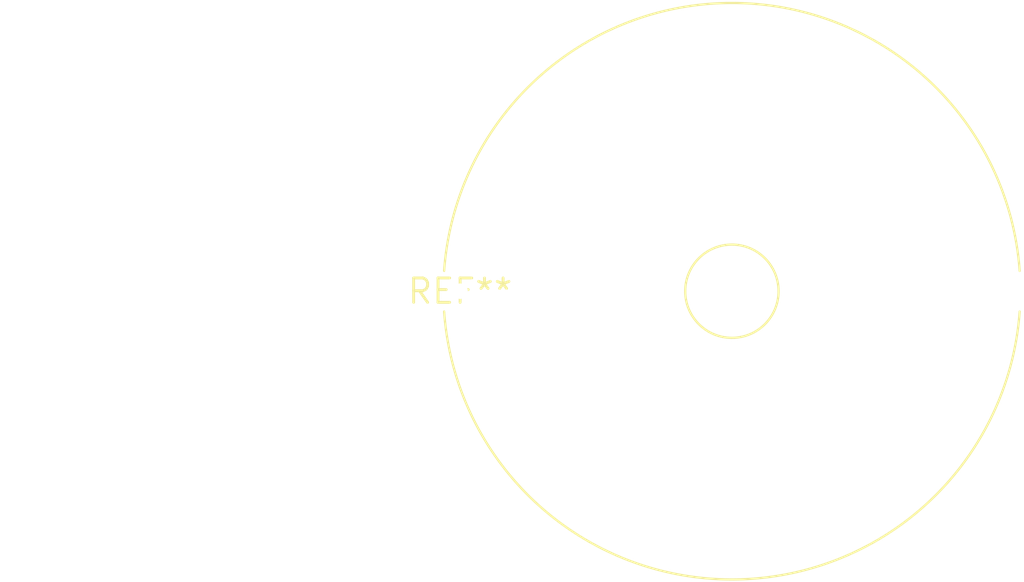
<source format=kicad_pcb>
(kicad_pcb (version 20240108) (generator pcbnew)
  (layers (0 "F.Cu" signal) (31 "B.Cu" signal) (34 "B.Paste" user) (35 "F.Paste" user) (36 "B.SilkS" user "B.Silkscreen") (37 "F.SilkS" user "F.Silkscreen") (38 "B.Mask" user) (39 "F.Mask" user) (44 "Edge.Cuts" user))
  (net 0 "")
  (footprint "L_Radial_D29.8mm_P28.30mm_Murata_1400series" (layer "F.Cu") (at 0 0)
    (property "Reference" "REF**")
    (property "Value" "L_Radial_D29.8mm_P28.30mm_Murata_1400series")
    (fp_arc (start -0.83255 -1.06) (mid 14.15 -15.02) (end 29.13255 -1.06) (layer "F.SilkS") (stroke (width 0.12)))
    (fp_arc (start 29.13255 1.06) (mid 14.15 15.02) (end -0.83255 1.06) (layer "F.SilkS") (stroke (width 0.12)))
    (fp_circle (center 14.15 0) (end 16.58 0) (layer "F.SilkS") (stroke (width 0.12)) (fill none))
    (pad "1" thru_hole circle (at 0 0) (size 1.6 1.6) (drill 0.8) (layers *.Cu *.Mask) (remove_unused_layers))
    (pad "2" thru_hole circle (at 28.3 0) (size 1.6 1.6) (drill 0.8) (layers *.Cu *.Mask) (remove_unused_layers))
  )
)
</source>
